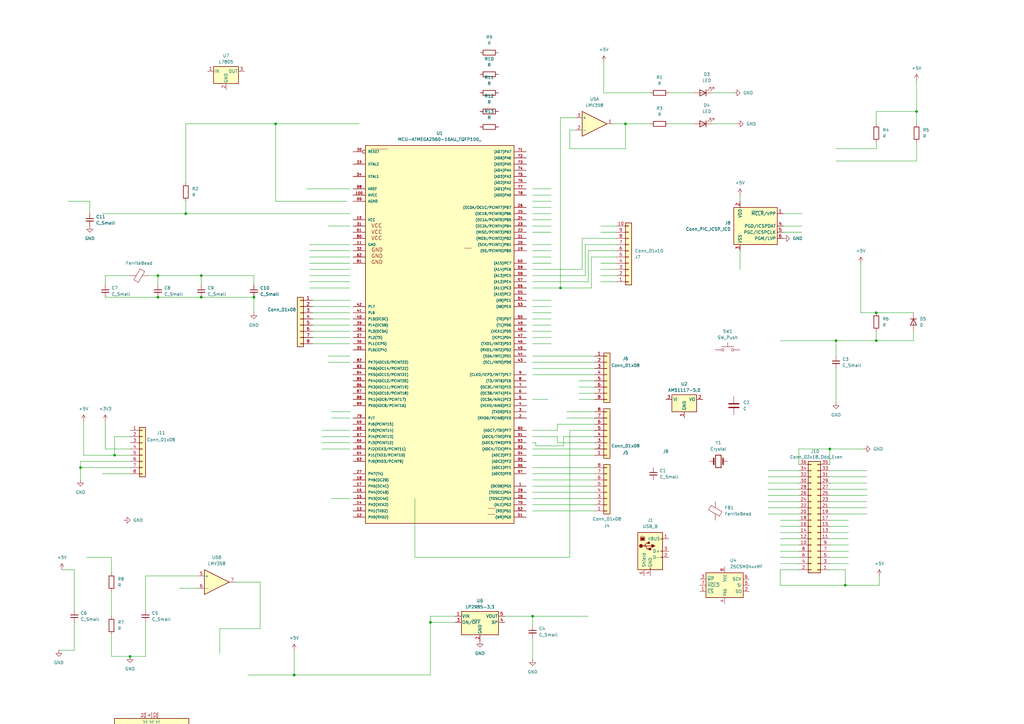
<source format=kicad_sch>
(kicad_sch (version 20231120) (generator "eeschema") (generator_version "8.0")
  (paper "A3")
  (title_block (title "Arduino Mega 2560") (date "2024-07-08") (rev "0") (company "Geviton Enterprise Limited"))
  (junction (at 346.71 240.03))
  (junction (at 342.9 139.7))
  (junction (at 104.14 121.92))
  (junction (at 113.03 50.8))
  (junction (at 64.77 121.92))
  (junction (at 218.44 252.73))
  (junction (at 256.54 50.8))
  (junction (at 82.55 121.92))
  (junction (at 120.65 276.86))
  (junction (at 82.55 113.03))
  (junction (at 359.41 139.7))
  (junction (at 229.87 118.11))
  (junction (at 76.2 87.63))
  (junction (at 176.53 255.27))
  (junction (at 359.41 128.27))
  (junction (at 33.02 191.77))
  (junction (at 46.99 186.69))
  (junction (at 64.77 113.03))
  (junction (at 53.34 269.24))
  (junction (at 340.36 184.15))
  (junction (at 375.92 45.72))
  (wire (pts (xy 218.44 85.09) (xy 226.06 85.09)))
  (wire (pts (xy 320.04 226.06) (xy 327.66 226.06)))
  (wire (pts (xy 320.04 228.6) (xy 327.66 228.6)))
  (wire (pts (xy 176.53 252.73) (xy 176.53 255.27)))
  (wire (pts (xy 252.73 105.41) (xy 242.57 105.41)))
  (wire (pts (xy 320.04 233.68) (xy 327.66 233.68)))
  (wire (pts (xy 247.65 25.4) (xy 247.65 38.1)))
  (wire (pts (xy 127 107.95) (xy 143.51 107.95)))
  (wire (pts (xy 34.29 172.72) (xy 34.29 186.69)))
  (wire (pts (xy 340.36 213.36) (xy 347.98 213.36)))
  (wire (pts (xy 375.92 33.02) (xy 375.92 45.72)))
  (wire (pts (xy 219.71 182.88) (xy 219.71 181.61)))
  (wire (pts (xy 218.44 100.33) (xy 226.06 100.33)))
  (wire (pts (xy 218.44 146.05) (xy 243.84 146.05)))
  (wire (pts (xy 218.44 95.25) (xy 226.06 95.25)))
  (wire (pts (xy 218.44 209.55) (xy 243.84 209.55)))
  (wire (pts (xy 218.44 184.15) (xy 243.84 184.15)))
  (wire (pts (xy 76.2 87.63) (xy 143.51 87.63)))
  (wire (pts (xy 340.36 195.58) (xy 355.6 195.58)))
  (wire (pts (xy 340.36 228.6) (xy 347.98 228.6)))
  (wire (pts (xy 340.36 223.52) (xy 347.98 223.52)))
  (wire (pts (xy 132.08 184.15) (xy 143.51 184.15)))
  (wire (pts (xy 218.44 181.61) (xy 219.71 181.61)))
  (wire (pts (xy 231.14 179.07) (xy 231.14 182.88)))
  (wire (pts (xy 96.52 238.76) (xy 106.68 238.76)))
  (wire (pts (xy 113.03 50.8) (xy 76.2 50.8)))
  (wire (pts (xy 218.44 102.87) (xy 226.06 102.87)))
  (wire (pts (xy 33.02 191.77) (xy 33.02 189.23)))
  (wire (pts (xy 218.44 196.85) (xy 243.84 196.85)))
  (wire (pts (xy 314.96 208.28) (xy 327.66 208.28)))
  (wire (pts (xy 36.83 87.63) (xy 36.83 82.55)))
  (wire (pts (xy 228.6 181.61) (xy 243.84 181.61)))
  (wire (pts (xy 186.69 252.73) (xy 176.53 252.73)))
  (wire (pts (xy 340.36 193.04) (xy 355.6 193.04)))
  (wire (pts (xy 33.02 191.77) (xy 53.34 191.77)))
  (wire (pts (xy 242.57 105.41) (xy 242.57 118.11)))
  (wire (pts (xy 218.44 105.41) (xy 226.06 105.41)))
  (wire (pts (xy 120.65 276.86) (xy 176.53 276.86)))
  (wire (pts (xy 346.71 240.03) (xy 320.04 240.03)))
  (wire (pts (xy 314.96 203.2) (xy 327.66 203.2)))
  (wire (pts (xy 218.44 148.59) (xy 243.84 148.59)))
  (wire (pts (xy 247.65 38.1) (xy 266.7 38.1)))
  (wire (pts (xy 127 105.41) (xy 143.51 105.41)))
  (wire (pts (xy 43.18 116.84) (xy 43.18 113.03)))
  (wire (pts (xy 128.27 133.35) (xy 143.51 133.35)))
  (wire (pts (xy 229.87 48.26) (xy 229.87 118.11)))
  (wire (pts (xy 360.68 240.03) (xy 346.71 240.03)))
  (wire (pts (xy 218.44 107.95) (xy 226.06 107.95)))
  (wire (pts (xy 64.77 113.03) (xy 64.77 116.84)))
  (wire (pts (xy 104.14 121.92) (xy 104.14 128.27)))
  (wire (pts (xy 218.44 207.01) (xy 243.84 207.01)))
  (wire (pts (xy 238.76 97.79) (xy 238.76 110.49)))
  (wire (pts (xy 218.44 125.73) (xy 226.06 125.73)))
  (wire (pts (xy 104.14 113.03) (xy 104.14 116.84)))
  (wire (pts (xy 359.41 139.7) (xy 374.65 139.7)))
  (wire (pts (xy 218.44 151.13) (xy 243.84 151.13)))
  (wire (pts (xy 246.38 115.57) (xy 252.73 115.57)))
  (wire (pts (xy 218.44 138.43) (xy 226.06 138.43)))
  (wire (pts (xy 30.48 250.19) (xy 30.48 233.68)))
  (wire (pts (xy 46.99 186.69) (xy 53.34 186.69)))
  (wire (pts (xy 292.1 38.1) (xy 300.99 38.1)))
  (wire (pts (xy 128.27 135.89) (xy 143.51 135.89)))
  (wire (pts (xy 218.44 191.77) (xy 243.84 191.77)))
  (wire (pts (xy 218.44 201.93) (xy 243.84 201.93)))
  (wire (pts (xy 375.92 66.04) (xy 375.92 58.42)))
  (wire (pts (xy 64.77 113.03) (xy 82.55 113.03)))
  (wire (pts (xy 132.08 179.07) (xy 143.51 179.07)))
  (wire (pts (xy 53.34 179.07) (xy 46.99 179.07)))
  (wire (pts (xy 340.36 215.9) (xy 347.98 215.9)))
  (wire (pts (xy 256.54 50.8) (xy 266.7 50.8)))
  (wire (pts (xy 82.55 113.03) (xy 82.55 116.84)))
  (wire (pts (xy 237.49 163.83) (xy 243.84 163.83)))
  (wire (pts (xy 135.89 168.91) (xy 143.51 168.91)))
  (wire (pts (xy 176.53 276.86) (xy 176.53 255.27)))
  (wire (pts (xy 359.41 45.72) (xy 375.92 45.72)))
  (wire (pts (xy 218.44 77.47) (xy 226.06 77.47)))
  (wire (pts (xy 59.69 255.27) (xy 59.69 269.24)))
  (wire (pts (xy 59.69 269.24) (xy 53.34 269.24)))
  (wire (pts (xy 231.14 182.88) (xy 219.71 182.88)))
  (wire (pts (xy 134.62 92.71) (xy 143.51 92.71)))
  (wire (pts (xy 135.89 171.45) (xy 143.51 171.45)))
  (wire (pts (xy 60.96 113.03) (xy 64.77 113.03)))
  (wire (pts (xy 237.49 161.29) (xy 243.84 161.29)))
  (wire (pts (xy 41.91 194.31) (xy 53.34 194.31)))
  (wire (pts (xy 246.38 107.95) (xy 252.73 107.95)))
  (wire (pts (xy 240.03 100.33) (xy 240.03 113.03)))
  (wire (pts (xy 218.44 261.62) (xy 218.44 270.51)))
  (wire (pts (xy 147.32 50.8) (xy 113.03 50.8)))
  (wire (pts (xy 321.31 92.71) (xy 328.93 92.71)))
  (wire (pts (xy 292.1 50.8) (xy 302.26 50.8)))
  (wire (pts (xy 76.2 82.55) (xy 76.2 87.63)))
  (wire (pts (xy 113.03 82.55) (xy 113.03 50.8)))
  (wire (pts (xy 303.53 80.01) (xy 303.53 82.55)))
  (wire (pts (xy 106.68 257.81) (xy 90.17 257.81)))
  (wire (pts (xy 353.06 128.27) (xy 359.41 128.27)))
  (wire (pts (xy 127 113.03) (xy 143.51 113.03)))
  (wire (pts (xy 237.49 156.21) (xy 243.84 156.21)))
  (wire (pts (xy 342.9 60.96) (xy 359.41 60.96)))
  (wire (pts (xy 340.36 190.5) (xy 340.36 184.15)))
  (wire (pts (xy 59.69 250.19) (xy 59.69 236.22)))
  (wire (pts (xy 340.36 198.12) (xy 355.6 198.12)))
  (wire (pts (xy 45.72 260.35) (xy 45.72 269.24)))
  (wire (pts (xy 43.18 172.72) (xy 43.18 184.15)))
  (wire (pts (xy 359.41 50.8) (xy 359.41 45.72)))
  (wire (pts (xy 30.48 255.27) (xy 30.48 266.7)))
  (wire (pts (xy 232.41 168.91) (xy 243.84 168.91)))
  (wire (pts (xy 142.24 82.55) (xy 113.03 82.55)))
  (wire (pts (xy 132.08 176.53) (xy 143.51 176.53)))
  (wire (pts (xy 128.27 140.97) (xy 143.51 140.97)))
  (wire (pts (xy 320.04 223.52) (xy 327.66 223.52)))
  (wire (pts (xy 218.44 118.11) (xy 229.87 118.11)))
  (wire (pts (xy 218.44 130.81) (xy 226.06 130.81)))
  (wire (pts (xy 359.41 58.42) (xy 359.41 60.96)))
  (wire (pts (xy 218.44 153.67) (xy 243.84 153.67)))
  (wire (pts (xy 128.27 123.19) (xy 143.51 123.19)))
  (wire (pts (xy 327.66 190.5) (xy 327.66 184.15)))
  (wire (pts (xy 340.36 220.98) (xy 347.98 220.98)))
  (wire (pts (xy 320.04 231.14) (xy 327.66 231.14)))
  (wire (pts (xy 233.68 53.34) (xy 233.68 60.96)))
  (wire (pts (xy 236.22 53.34) (xy 233.68 53.34)))
  (wire (pts (xy 135.89 204.47) (xy 143.51 204.47)))
  (wire (pts (xy 340.36 184.15) (xy 354.33 184.15)))
  (wire (pts (xy 246.38 113.03) (xy 252.73 113.03)))
  (wire (pts (xy 218.44 140.97) (xy 226.06 140.97)))
  (wire (pts (xy 241.3 102.87) (xy 241.3 115.57)))
  (wire (pts (xy 246.38 110.49) (xy 252.73 110.49)))
  (wire (pts (xy 218.44 199.39) (xy 243.84 199.39)))
  (wire (pts (xy 327.66 184.15) (xy 340.36 184.15)))
  (wire (pts (xy 218.44 87.63) (xy 226.06 87.63)))
  (wire (pts (xy 252.73 100.33) (xy 240.03 100.33)))
  (wire (pts (xy 218.44 194.31) (xy 243.84 194.31)))
  (wire (pts (xy 64.77 121.92) (xy 82.55 121.92)))
  (wire (pts (xy 128.27 130.81) (xy 143.51 130.81)))
  (wire (pts (xy 128.27 138.43) (xy 143.51 138.43)))
  (wire (pts (xy 30.48 233.68) (xy 25.4 233.68)))
  (wire (pts (xy 76.2 50.8) (xy 76.2 74.93)))
  (wire (pts (xy 321.31 95.25) (xy 328.93 95.25)))
  (wire (pts (xy 342.9 66.04) (xy 375.92 66.04)))
  (wire (pts (xy 218.44 135.89) (xy 226.06 135.89)))
  (wire (pts (xy 218.44 179.07) (xy 228.6 179.07)))
  (wire (pts (xy 320.04 240.03) (xy 320.04 233.68)))
  (wire (pts (xy 314.96 210.82) (xy 327.66 210.82)))
  (wire (pts (xy 320.04 139.7) (xy 342.9 139.7)))
  (wire (pts (xy 229.87 118.11) (xy 242.57 118.11)))
  (wire (pts (xy 251.46 50.8) (xy 256.54 50.8)))
  (wire (pts (xy 128.27 128.27) (xy 143.51 128.27)))
  (wire (pts (xy 274.32 38.1) (xy 284.48 38.1)))
  (wire (pts (xy 252.73 97.79) (xy 238.76 97.79)))
  (wire (pts (xy 218.44 163.83) (xy 224.79 163.83)))
  (wire (pts (xy 241.3 115.57) (xy 218.44 115.57)))
  (wire (pts (xy 340.36 208.28) (xy 355.6 208.28)))
  (wire (pts (xy 232.41 171.45) (xy 243.84 171.45)))
  (wire (pts (xy 35.56 228.6) (xy 45.72 228.6)))
  (wire (pts (xy 340.36 210.82) (xy 355.6 210.82)))
  (wire (pts (xy 340.36 218.44) (xy 347.98 218.44)))
  (wire (pts (xy 340.36 200.66) (xy 355.6 200.66)))
  (wire (pts (xy 342.9 139.7) (xy 342.9 146.05)))
  (wire (pts (xy 314.96 193.04) (xy 327.66 193.04)))
  (wire (pts (xy 256.54 60.96) (xy 256.54 50.8)))
  (wire (pts (xy 218.44 128.27) (xy 226.06 128.27)))
  (wire (pts (xy 127 102.87) (xy 143.51 102.87)))
  (wire (pts (xy 34.29 186.69) (xy 46.99 186.69)))
  (wire (pts (xy 274.32 50.8) (xy 284.48 50.8)))
  (wire (pts (xy 243.84 176.53) (xy 233.68 176.53)))
  (wire (pts (xy 346.71 233.68) (xy 346.71 240.03)))
  (wire (pts (xy 90.17 257.81) (xy 90.17 267.97)))
  (wire (pts (xy 41.91 87.63) (xy 76.2 87.63)))
  (wire (pts (xy 360.68 236.22) (xy 360.68 240.03)))
  (wire (pts (xy 59.69 236.22) (xy 81.28 236.22)))
  (wire (pts (xy 314.96 195.58) (xy 327.66 195.58)))
  (wire (pts (xy 170.18 228.6) (xy 170.18 204.47)))
  (wire (pts (xy 233.68 228.6) (xy 170.18 228.6)))
  (wire (pts (xy 314.96 200.66) (xy 327.66 200.66)))
  (wire (pts (xy 106.68 238.76) (xy 106.68 257.81)))
  (wire (pts (xy 218.44 252.73) (xy 241.3 252.73)))
  (wire (pts (xy 359.41 135.89) (xy 359.41 139.7)))
  (wire (pts (xy 82.55 113.03) (xy 104.14 113.03)))
  (wire (pts (xy 374.65 139.7) (xy 374.65 135.89)))
  (wire (pts (xy 340.36 226.06) (xy 347.98 226.06)))
  (wire (pts (xy 340.36 231.14) (xy 347.98 231.14)))
  (wire (pts (xy 207.01 252.73) (xy 218.44 252.73)))
  (wire (pts (xy 236.22 48.26) (xy 229.87 48.26)))
  (wire (pts (xy 237.49 158.75) (xy 243.84 158.75)))
  (wire (pts (xy 218.44 204.47) (xy 243.84 204.47)))
  (wire (pts (xy 176.53 255.27) (xy 186.69 255.27)))
  (wire (pts (xy 243.84 173.99) (xy 228.6 173.99)))
  (wire (pts (xy 340.36 203.2) (xy 355.6 203.2)))
  (wire (pts (xy 353.06 107.95) (xy 353.06 128.27)))
  (wire (pts (xy 233.68 176.53) (xy 233.68 228.6)))
  (wire (pts (xy 228.6 179.07) (xy 228.6 181.61)))
  (wire (pts (xy 340.36 233.68) (xy 346.71 233.68)))
  (wire (pts (xy 218.44 80.01) (xy 226.06 80.01)))
  (wire (pts (xy 340.36 205.74) (xy 355.6 205.74)))
  (wire (pts (xy 218.44 252.73) (xy 218.44 256.54)))
  (wire (pts (xy 218.44 186.69) (xy 243.84 186.69)))
  (wire (pts (xy 134.62 148.59) (xy 143.51 148.59)))
  (wire (pts (xy 218.44 123.19) (xy 226.06 123.19)))
  (wire (pts (xy 314.96 205.74) (xy 327.66 205.74)))
  (wire (pts (xy 120.65 266.7) (xy 120.65 276.86)))
  (wire (pts (xy 45.72 242.57) (xy 45.72 252.73)))
  (wire (pts (xy 27.94 82.55) (xy 36.83 82.55)))
  (wire (pts (xy 320.04 218.44) (xy 327.66 218.44)))
  (wire (pts (xy 134.62 146.05) (xy 143.51 146.05)))
  (wire (pts (xy 127 110.49) (xy 143.51 110.49)))
  (wire (pts (xy 342.9 151.13) (xy 342.9 165.1)))
  (wire (pts (xy 314.96 198.12) (xy 327.66 198.12)))
  (wire (pts (xy 46.99 179.07) (xy 46.99 186.69)))
  (wire (pts (xy 320.04 213.36) (xy 327.66 213.36)))
  (wire (pts (xy 127 115.57) (xy 143.51 115.57)))
  (wire (pts (xy 218.44 82.55) (xy 226.06 82.55)))
  (wire (pts (xy 218.44 90.17) (xy 226.06 90.17)))
  (wire (pts (xy 320.04 215.9) (xy 327.66 215.9)))
  (wire (pts (xy 53.34 184.15) (xy 43.18 184.15)))
  (wire (pts (xy 218.44 110.49) (xy 238.76 110.49)))
  (wire (pts (xy 53.34 269.24) (xy 45.72 269.24)))
  (wire (pts (xy 321.31 87.63) (xy 328.93 87.63)))
  (wire (pts (xy 43.18 113.03) (xy 53.34 113.03)))
  (wire (pts (xy 246.38 92.71) (xy 252.73 92.71)))
  (wire (pts (xy 243.84 179.07) (xy 231.14 179.07)))
  (wire (pts (xy 303.53 102.87) (xy 303.53 110.49)))
  (wire (pts (xy 218.44 176.53) (xy 228.6 176.53)))
  (wire (pts (xy 228.6 173.99) (xy 228.6 176.53)))
  (wire (pts (xy 43.18 121.92) (xy 64.77 121.92)))
  (wire (pts (xy 342.9 139.7) (xy 359.41 139.7)))
  (wire (pts (xy 233.68 60.96) (xy 256.54 60.96)))
  (wire (pts (xy 33.02 196.85) (xy 33.02 191.77)))
  (wire (pts (xy 252.73 102.87) (xy 241.3 102.87)))
  (wire (pts (xy 218.44 113.03) (xy 240.03 113.03)))
  (wire (pts (xy 125.73 77.47) (xy 143.51 77.47)))
  (wire (pts (xy 132.08 181.61) (xy 143.51 181.61)))
  (wire (pts (xy 73.66 241.3) (xy 81.28 241.3)))
  (wire (pts (xy 127 118.11) (xy 143.51 118.11)))
  (wire (pts (xy 128.27 125.73) (xy 143.51 125.73)))
  (wire (pts (xy 375.92 45.72) (xy 375.92 50.8)))
  (wire (pts (xy 127 100.33) (xy 143.51 100.33)))
  (wire (pts (xy 33.02 189.23) (xy 53.34 189.23)))
  (wire (pts (xy 101.6 276.86) (xy 120.65 276.86)))
  (wire (pts (xy 24.13 266.7) (xy 30.48 266.7)))
  (wire (pts (xy 246.38 95.25) (xy 252.73 95.25)))
  (wire (pts (xy 45.72 234.95) (xy 45.72 228.6)))
  (wire (pts (xy 82.55 121.92) (xy 104.14 121.92)))
  (wire (pts (xy 218.44 92.71) (xy 226.06 92.71)))
  (wire (pts (xy 320.04 220.98) (xy 327.66 220.98)))
  (wire (pts (xy 359.41 128.27) (xy 374.65 128.27)))
  (wire (pts (xy 218.44 133.35) (xy 226.06 133.35)))
  (symbol (lib_id "power:GND") (at 104.14 128.27 0) (unit 1)
    (property "Reference" "#PWR021" (effects (hide yes)))
    (property "Value" "GND" (at 104.14 133.35 0))
    (property "Description" "Power symbol creates a global label with name \"GND\" , ground" (effects (hide yes)))
  )
  (symbol (lib_id "Memory_EEPROM:25CSM04xxMF") (at 297.18 240.03 0) (unit 1)
    (property "Reference" "U4" (at 299.3741 229.87 0) (effects (justify left)))
    (property "Value" "25CSM04xxMF" (at 299.3741 232.41 0) (effects (justify left)))
    (property "Footprint" "Package_DFN_QFN:WDFN-8-1EP_6x5mm_P1.27mm_EP3.4x4mm" (effects (hide yes)))
    (property "Datasheet" "https://ww1.microchip.com/downloads/aemDocuments/documents/MPD/ProductDocuments/DataSheets/25CSM04-4-Mbit-SPI-Serial-EEPROM-With-128-Bit-Serial-Number-and-Enhanced-Write-Protection-20005817C.pdf" (effects (hide yes)))
    (property "Description" "4Mbit SPI Serial EEPROM, WDFN-8" (effects (hide yes)))
  )
  (symbol (lib_id "Device:R") (at 359.41 132.08 0) (unit 1)
    (property "Reference" "R6" (at 361.95 130.8099 0) (effects (justify left)))
    (property "Value" "R" (at 361.95 133.3499 0) (effects (justify left)))
    (property "Description" "Resistor" (effects (hide yes)))
  )
  (symbol (lib_id "power:GND") (at 354.33 184.15 90) (unit 1)
    (property "Reference" "#PWR01" (effects (hide yes)))
    (property "Value" "GND" (at 358.14 184.1499 90) (effects (justify right)))
    (property "Description" "Power symbol creates a global label with name \"GND\" , ground" (effects (hide yes)))
  )
  (symbol (lib_id "Device:D") (at 374.65 132.08 270) (unit 1)
    (property "Reference" "D5" (at 377.19 130.8099 90) (effects (justify left)))
    (property "Value" "D" (at 377.19 133.3499 90) (effects (justify left)))
    (property "Description" "Diode" (effects (hide yes)))
    (property "Sim.Device" "D" (effects (hide yes)))
    (property "Sim.Pins" "1=K 2=A" (effects (hide yes)))
  )
  (symbol (lib_id "Connector_Generic:Conn_02x18_Odd_Even") (at 335.28 213.36 180) (unit 1)
    (property "Reference" "J10" (at 334.264 185.166 0))
    (property "Value" "Conn_02x18_Odd_Even" (at 334.772 187.452 0))
    (property "Description" "Generic connector, double row, 02x18, odd/even pin numbering scheme (row 1 odd numbers, row 2 even numbers), script generated (kicad-library-utils/schlib/autogen/connector/)" (effects (hide yes)))
  )
  (symbol (lib_id "Device:Crystal") (at 294.64 189.23 0) (unit 1)
    (property "Reference" "Y1" (at 294.64 181.61 0))
    (property "Value" "Crystal" (at 294.64 184.15 0))
    (property "Description" "Two pin crystal" (effects (hide yes)))
  )
  (symbol (lib_id "Connector:Conn_PIC_ICSP_ICD") (at 308.61 92.71 0) (unit 1)
    (property "Reference" "J8" (at 299.72 91.4399 0) (effects (justify right)))
    (property "Value" "Conn_PIC_ICSP_ICD" (at 299.72 93.9799 0) (effects (justify right)))
    (property "Datasheet" "http://ww1.microchip.com/downloads/en/devicedoc/30277d.pdf" (effects (hide yes)))
    (property "Description" "Microchip PIC In-Circuit Serial Programming/Debugging (ICSP/ICD) connector" (effects (hide yes)))
  )
  (symbol (lib_id "Regulator_Linear:LP2985-3.3") (at 196.85 255.27 0) (unit 1)
    (property "Reference" "U6" (at 196.85 246.38 0))
    (property "Value" "LP2985-3.3" (at 196.85 248.92 0))
    (property "Footprint" "Package_TO_SOT_SMD:SOT-23-5" (effects (hide yes)))
    (property "Datasheet" "http://www.ti.com/lit/ds/symlink/lp2985.pdf" (effects (hide yes)))
    (property "Description" "150mA 16V Low-noise Low-dropout Regulator With Shutdown, 3.3V output voltage, SOT-23-5" (effects (hide yes)))
  )
  (symbol (lib_id "power:GND") (at 321.31 97.79 90) (unit 1)
    (property "Reference" "#PWR05" (effects (hide yes)))
    (property "Value" "GND" (at 325.12 97.7899 90) (effects (justify right)))
    (property "Description" "Power symbol creates a global label with name \"GND\" , ground" (effects (hide yes)))
  )
  (symbol (lib_id "Device:R") (at 200.66 21.59 270) (unit 1)
    (property "Reference" "R9" (at 200.66 15.24 90))
    (property "Value" "R" (at 200.66 17.78 90))
    (property "Description" "Resistor" (effects (hide yes)))
  )
  (symbol (lib_id "Device:FerriteBead") (at 57.15 113.03 90) (unit 1)
    (property "Reference" "FB2" (effects (hide yes)))
    (property "Value" "FerriteBead" (at 57.0992 107.95 90))
    (property "Description" "Ferrite bead" (effects (hide yes)))
  )
  (symbol (lib_id "Device:R") (at 45.72 256.54 0) (unit 1)
    (property "Reference" "R7" (at 48.26 255.2699 0) (effects (justify left)))
    (property "Value" "R" (at 48.26 257.8099 0) (effects (justify left)))
    (property "Description" "Resistor" (effects (hide yes)))
  )
  (symbol (lib_id "Device:FerriteBead") (at 293.37 209.55 0) (unit 1)
    (property "Reference" "FB1" (at 297.18 208.2291 0) (effects (justify left)))
    (property "Value" "FerriteBead" (at 297.18 210.7691 0) (effects (justify left)))
    (property "Description" "Ferrite bead" (effects (hide yes)))
  )
  (symbol (lib_id "Device:C_Small") (at 82.55 119.38 0) (unit 1)
    (property "Reference" "C9" (at 85.09 118.1162 0) (effects (justify left)))
    (property "Value" "C_Small" (at 85.09 120.6562 0) (effects (justify left)))
    (property "Description" "Unpolarized capacitor, small symbol" (effects (hide yes)))
  )
  (symbol (lib_id "Connector_Generic:Conn_01x08") (at 123.19 130.81 0) (mirror y) (unit 1)
    (property "Reference" "J9" (at 273.05 185.166 0))
    (property "Value" "Conn_01x08" (at 115.57 127 0))
    (property "Description" "Generic connector, single row, 01x08, script generated (kicad-library-utils/schlib/autogen/connector/)" (effects (hide yes)))
  )
  (symbol (lib_id "Device:LED") (at 288.29 38.1 180) (unit 1)
    (property "Reference" "D3" (at 289.8775 30.48 0))
    (property "Value" "LED" (at 289.8775 33.02 0))
    (property "Description" "Light emitting diode" (effects (hide yes)))
  )
  (symbol (lib_id "Device:C_Small") (at 30.48 252.73 0) (unit 1)
    (property "Reference" "C6" (at 33.02 251.4662 0) (effects (justify left)))
    (property "Value" "C_Small" (at 33.02 254.0062 0) (effects (justify left)))
    (property "Description" "Unpolarized capacitor, small symbol" (effects (hide yes)))
  )
  (symbol (lib_id "Amplifier_Operational:LMV358") (at 243.84 50.8 0) (unit 1)
    (property "Reference" "U5" (at 243.84 40.64 0))
    (property "Value" "LMV358" (at 243.84 43.18 0))
    (property "Datasheet" "http://www.ti.com/lit/ds/symlink/lmv324.pdf" (effects (hide yes)))
    (property "Description" "Dual Low-Voltage Rail-to-Rail Output Operational Amplifiers, SOIC-8/SSOP-8" (effects (hide yes)))
  )
  (symbol (lib_id "power:GND") (at 33.02 196.85 0) (unit 1)
    (property "Reference" "#PWR017" (effects (hide yes)))
    (property "Value" "GND" (at 33.02 201.93 0))
    (property "Description" "Power symbol creates a global label with name \"GND\" , ground" (effects (hide yes)))
  )
  (symbol (lib_id "Device:R") (at 359.41 54.61 0) (unit 1)
    (property "Reference" "R4" (at 361.95 53.3399 0) (effects (justify left)))
    (property "Value" "R" (at 361.95 55.8799 0) (effects (justify left)))
    (property "Description" "Resistor" (effects (hide yes)))
  )
  (symbol (lib_id "Device:R") (at 270.51 50.8 270) (unit 1)
    (property "Reference" "R3" (at 270.51 44.45 90))
    (property "Value" "R" (at 270.51 46.99 90))
    (property "Description" "Resistor" (effects (hide yes)))
  )
  (symbol (lib_id "Device:C_Small") (at 342.9 148.59 0) (unit 1)
    (property "Reference" "C3" (at 345.44 147.3262 0) (effects (justify left)))
    (property "Value" "C_Small" (at 345.44 149.8662 0) (effects (justify left)))
    (property "Description" "Unpolarized capacitor, small symbol" (effects (hide yes)))
  )
  (symbol (lib_id "power:GND") (at 196.85 262.89 0) (unit 1)
    (property "Reference" "#PWR08" (effects (hide yes)))
    (property "Value" "GND" (at 196.85 267.97 0))
    (property "Description" "Power symbol creates a global label with name \"GND\" , ground" (effects (hide yes)))
  )
  (symbol (lib_id "Device:C_Small") (at 64.77 119.38 0) (unit 1)
    (property "Reference" "C8" (at 67.31 118.1162 0) (effects (justify left)))
    (property "Value" "C_Small" (at 67.31 120.6562 0) (effects (justify left)))
    (property "Description" "Unpolarized capacitor, small symbol" (effects (hide yes)))
  )
  (symbol (lib_id "Device:R") (at 200.66 38.1 270) (unit 1)
    (property "Reference" "R11" (at 200.66 31.75 90))
    (property "Value" "R" (at 200.66 34.29 90))
    (property "Description" "Resistor" (effects (hide yes)))
  )
  (symbol (lib_id "power:GND") (at 53.34 269.24 0) (unit 1)
    (property "Reference" "#PWR014" (effects (hide yes)))
    (property "Value" "GND" (at 53.34 274.32 0))
    (property "Description" "Power symbol creates a global label with name \"GND\" , ground" (effects (hide yes)))
  )
  (symbol (lib_id "Switch:SW_Push") (at 298.45 143.51 0) (unit 1)
    (property "Reference" "SW1" (at 298.45 135.89 0))
    (property "Value" "SW_Push" (at 298.45 138.43 0))
    (property "Description" "Push button switch, generic, two pins" (effects (hide yes)))
  )
  (symbol (lib_id "Regulator_Linear:L7805") (at 92.71 29.21 0) (unit 1)
    (property "Reference" "U7" (at 92.71 22.86 0))
    (property "Value" "L7805" (at 92.71 25.4 0))
    (property "Datasheet" "http://www.st.com/content/ccc/resource/technical/document/datasheet/41/4f/b3/b0/12/d4/47/88/CD00000444.pdf/files/CD00000444.pdf/jcr:content/translations/en.CD00000444.pdf" (effects (hide yes)))
    (property "Description" "Positive 1.5A 35V Linear Regulator, Fixed Output 5V, TO-220/TO-263/TO-252" (effects (hide yes)))
  )
  (symbol (lib_id "Connector_Generic:Conn_01x08") (at 58.42 184.15 0) (unit 1)
    (property "Reference" "J11" (at 66.04 177.546 0))
    (property "Value" "Conn_01x08" (at 66.04 180.34 0))
    (property "Description" "Generic connector, single row, 01x08, script generated (kicad-library-utils/schlib/autogen/connector/)" (effects (hide yes)))
  )
  (symbol (lib_id "Connector:USB_B") (at 266.7 226.06 0) (unit 1)
    (property "Reference" "J1" (at 266.7 213.36 0))
    (property "Value" "USB_B" (at 266.7 215.9 0))
    (property "Description" "USB Type B connector" (effects (hide yes)))
  )
  (symbol (lib_id "power:+3V3") (at 43.18 172.72 0) (unit 1)
    (property "Reference" "#PWR019" (effects (hide yes)))
    (property "Value" "+3V3" (at 43.18 167.64 0))
    (property "Description" "Power symbol creates a global label with name \"+3V3\"" (effects (hide yes)))
  )
  (symbol (lib_id "power:+5V") (at 303.53 80.01 0) (unit 1)
    (property "Reference" "#PWR010" (effects (hide yes)))
    (property "Value" "+5V" (at 303.53 74.93 0))
    (property "Description" "Power symbol creates a global label with name \"+5V\"" (effects (hide yes)))
  )
  (symbol (lib_id "power:GND") (at 300.99 38.1 90) (unit 1)
    (property "Reference" "#PWR02" (effects (hide yes)))
    (property "Value" "GND" (at 304.8 38.0999 90) (effects (justify right)))
    (property "Description" "Power symbol creates a global label with name \"GND\" , ground" (effects (hide yes)))
  )
  (symbol (lib_id "Device:C_Small") (at 43.18 119.38 0) (unit 1)
    (property "Reference" "C7" (at 45.72 118.1162 0) (effects (justify left)))
    (property "Value" "C_Small" (at 45.72 120.6562 0) (effects (justify left)))
    (property "Description" "Unpolarized capacitor, small symbol" (effects (hide yes)))
  )
  (symbol (lib_id "power:+5V") (at 25.4 233.68 0) (unit 1)
    (property "Reference" "#PWR015" (effects (hide yes)))
    (property "Value" "+5V" (at 25.4 228.6 0))
    (property "Description" "Power symbol creates a global label with name \"+5V\"" (effects (hide yes)))
  )
  (symbol (lib_id "power:+5V") (at 34.29 172.72 0) (unit 1)
    (property "Reference" "#PWR018" (effects (hide yes)))
    (property "Value" "+5V" (at 34.29 167.64 0))
    (property "Description" "Power symbol creates a global label with name \"+5V\"" (effects (hide yes)))
  )
  (symbol (lib_id "Connector_Generic:Conn_01x08") (at 248.92 201.93 0) (mirror x) (unit 1)
    (property "Reference" "J4" (at 248.92 215.646 0))
    (property "Value" "Conn_01x08" (at 248.92 212.852 0))
    (property "Description" "Generic connector, single row, 01x08, script generated (kicad-library-utils/schlib/autogen/connector/)" (effects (hide yes)))
  )
  (symbol (lib_id "power:GND") (at 24.13 266.7 0) (unit 1)
    (property "Reference" "#PWR016" (effects (hide yes)))
    (property "Value" "GND" (at 24.13 271.78 0))
    (property "Description" "Power symbol creates a global label with name \"GND\" , ground" (effects (hide yes)))
  )
  (symbol (lib_id "Device:R") (at 45.72 238.76 0) (unit 1)
    (property "Reference" "R8" (at 48.26 237.4899 0) (effects (justify left)))
    (property "Value" "R" (at 48.26 240.0299 0) (effects (justify left)))
    (property "Description" "Resistor" (effects (hide yes)))
  )
  (symbol (lib_id "Device:R") (at 200.66 30.48 270) (unit 1)
    (property "Reference" "R10" (at 200.66 24.13 90))
    (property "Value" "R" (at 200.66 26.67 90))
    (property "Description" "Resistor" (effects (hide yes)))
  )
  (symbol (lib_id "Device:C_Small") (at 59.69 252.73 0) (unit 1)
    (property "Reference" "C5" (at 62.23 251.4662 0) (effects (justify left)))
    (property "Value" "C_Small" (at 62.23 254.0062 0) (effects (justify left)))
    (property "Description" "Unpolarized capacitor, small symbol" (effects (hide yes)))
  )
  (symbol (lib_id "Connector_Generic:Conn_01x10") (at 257.81 105.41 0) (mirror x) (unit 1)
    (property "Reference" "J7" (at 260.35 105.4101 0) (effects (justify left)))
    (property "Value" "Conn_01x10" (at 260.35 102.8701 0) (effects (justify left)))
    (property "Description" "Generic connector, single row, 01x10, script generated (kicad-library-utils/schlib/autogen/connector/)" (effects (hide yes)))
  )
  (symbol (lib_id "power:GND") (at 50.8 213.36 90) (unit 1)
    (property "Reference" "#PWR020" (effects (hide yes)))
    (property "Value" "GND" (at 54.61 213.3599 90) (effects (justify right)))
    (property "Description" "Power symbol creates a global label with name \"GND\" , ground" (effects (hide yes)))
  )
  (symbol (lib_id "Device:R") (at 76.2 78.74 0) (unit 1)
    (property "Reference" "R2" (at 78.74 77.4699 0) (effects (justify left)))
    (property "Value" "R" (at 78.74 80.0099 0) (effects (justify left)))
    (property "Description" "Resistor" (effects (hide yes)))
  )
  (symbol (lib_id "Device:C_Small") (at 267.97 194.31 0) (unit 1)
    (property "Reference" "C1" (at 270.51 193.0462 0) (effects (justify left)))
    (property "Value" "C_Small" (at 270.51 195.5862 0) (effects (justify left)))
    (property "Description" "Unpolarized capacitor, small symbol" (effects (hide yes)))
  )
  (symbol (lib_id "power:+5V") (at 120.65 266.7 0) (unit 1)
    (property "Reference" "#PWR013" (effects (hide yes)))
    (property "Value" "+5V" (at 120.65 261.62 0))
    (property "Description" "Power symbol creates a global label with name \"+5V\"" (effects (hide yes)))
  )
  (symbol (lib_id "Device:R") (at 200.66 52.07 270) (unit 1)
    (property "Reference" "R13" (at 200.66 45.72 90))
    (property "Value" "R" (at 200.66 48.26 90))
    (property "Description" "Resistor" (effects (hide yes)))
  )
  (symbol (lib_id "Connector_Generic:Conn_01x08") (at 248.92 179.07 0) (mirror x) (unit 1)
    (property "Reference" "J5" (at 256.54 185.674 0))
    (property "Value" "Conn_01x08" (at 256.54 182.88 0))
    (property "Description" "Generic connector, single row, 01x08, script generated (kicad-library-utils/schlib/autogen/connector/)" (effects (hide yes)))
  )
  (symbol (lib_id "MCU_Microchip_ATmega:ATmega16U2-A") (at 62.23 327.66 0) (unit 1)
    (property "Reference" "U3" (at 64.4241 363.22 0) (effects (justify left)))
    (property "Value" "ATmega16U2-A" (at 64.4241 365.76 0) (effects (justify left)))
    (property "Footprint" "Package_QFP:TQFP-32_7x7mm_P0.8mm" (effects (hide yes)))
    (property "Datasheet" "http://ww1.microchip.com/downloads/en/DeviceDoc/doc7799.pdf" (effects (hide yes)))
    (property "Description" "16MHz, 16kB Flash, 512B SRAM, 512B EEPROM, TQFP-32" (effects (hide yes)))
  )
  (symbol (lib_id "Regulator_Linear:AMS1117-5.0") (at 280.67 163.83 0) (unit 1)
    (property "Reference" "U2" (at 280.67 157.48 0))
    (property "Value" "AMS1117-5.0" (at 280.67 160.02 0))
    (property "Footprint" "Package_TO_SOT_SMD:SOT-223-3_TabPin2" (effects (hide yes)))
    (property "Datasheet" "http://www.advanced-monolithic.com/pdf/ds1117.pdf" (effects (hide yes)))
    (property "Description" "1A Low Dropout regulator, positive, 5.0V fixed output, SOT-223" (effects (hide yes)))
  )
  (symbol (lib_id "power:GND") (at 218.44 270.51 0) (unit 1)
    (property "Reference" "#PWR06" (effects (hide yes)))
    (property "Value" "GND" (at 218.44 275.59 0))
    (property "Description" "Power symbol creates a global label with name \"GND\" , ground" (effects (hide yes)))
  )
  (symbol (lib_id "Device:C") (at 300.99 166.37 0) (unit 1)
    (property "Reference" "C2" (at 304.8 165.0999 0) (effects (justify left)))
    (property "Value" "C" (at 304.8 167.6399 0) (effects (justify left)))
    (property "Description" "Unpolarized capacitor" (effects (hide yes)))
  )
  (symbol (lib_id "Device:C_Small") (at 36.83 90.17 0) (unit 1)
    (property "Reference" "C11" (at 39.37 88.9062 0) (effects (justify left)))
    (property "Value" "C_Small" (at 39.37 91.4462 0) (effects (justify left)))
    (property "Description" "Unpolarized capacitor, small symbol" (effects (hide yes)))
  )
  (symbol (lib_id "Device:R") (at 200.66 45.72 270) (unit 1)
    (property "Reference" "R12" (at 200.66 39.37 90))
    (property "Value" "R" (at 200.66 41.91 90))
    (property "Description" "Resistor" (effects (hide yes)))
  )
  (symbol (lib_id "Connector_Generic:Conn_01x08") (at 248.92 153.67 0) (unit 1)
    (property "Reference" "J6" (at 256.54 147.066 0))
    (property "Value" "Conn_01x08" (at 256.54 149.86 0))
    (property "Description" "Generic connector, single row, 01x08, script generated (kicad-library-utils/schlib/autogen/connector/)" (effects (hide yes)))
  )
  (symbol (lib_id "power:GND") (at 36.83 92.71 0) (unit 1)
    (property "Reference" "#PWR022" (effects (hide yes)))
    (property "Value" "GND" (at 36.83 97.79 0))
    (property "Description" "Power symbol creates a global label with name \"GND\" , ground" (effects (hide yes)))
  )
  (symbol (lib_id "Device:R") (at 270.51 38.1 270) (unit 1)
    (property "Reference" "R1" (at 270.51 31.75 90))
    (property "Value" "R" (at 270.51 34.29 90))
    (property "Description" "Resistor" (effects (hide yes)))
  )
  (symbol (lib_id "Amplifier_Operational:LMV358") (at 88.9 238.76 0) (unit 2)
    (property "Reference" "U5" (at 88.9 228.6 0))
    (property "Value" "LMV358" (at 88.9 231.14 0))
    (property "Datasheet" "http://www.ti.com/lit/ds/symlink/lmv324.pdf" (effects (hide yes)))
    (property "Description" "Dual Low-Voltage Rail-to-Rail Output Operational Amplifiers, SOIC-8/SSOP-8" (effects (hide yes)))
  )
  (symbol (lib_id "Device:R") (at 375.92 54.61 0) (unit 1)
    (property "Reference" "R5" (at 378.46 53.3399 0) (effects (justify left)))
    (property "Value" "R" (at 378.46 55.8799 0) (effects (justify left)))
    (property "Description" "Resistor" (effects (hide yes)))
  )
  (symbol (lib_id "power:GND") (at 302.26 50.8 90) (unit 1)
    (property "Reference" "#PWR03" (effects (hide yes)))
    (property "Value" "GND" (at 306.07 50.7999 90) (effects (justify right)))
    (property "Description" "Power symbol creates a global label with name \"GND\" , ground" (effects (hide yes)))
  )
  (symbol (lib_id "power:+5V") (at 360.68 236.22 0) (unit 1)
    (property "Reference" "#PWR04" (effects (hide yes)))
    (property "Value" "+5V" (at 360.68 231.14 0))
    (property "Description" "Power symbol creates a global label with name \"+5V\"" (effects (hide yes)))
  )
  (symbol (lib_id "MCU-ATMEGA2560-16AU_SNAPMAGIC:MCU-ATMEGA2560-16AU_TQFP100_") (at 180.34 138.43 0) (unit 1)
    (property "Reference" "U1" (at 180.34 54.61 0))
    (property "Value" "MCU-ATMEGA2560-16AU_TQFP100_" (at 180.34 57.15 0))
    (property "Footprint" "MCU-ATMEGA2560-16AU_TQFP100_:TQFP100-0.5-14X14MM" (effects (hide yes)))
    (property "DigiKey_Part_Number" "ATMEGA2560-16AU-ND" (effects (hide yes)))
    (property "MF" "Microchip" (effects (hide yes)))
    (property "Purchase-URL" "https://www.snapeda.com/api/url_track_click_mouser/?unipart_id=44196&manufacturer=Microchip&part_name=ATMEGA2560-16AU&search_term=atmega2560-16au" (effects (hide yes)))
    (property "Package" "TQFP-100 Microchip" (effects (hide yes)))
    (property "MPN" "ATMEGA2560-16AU" (effects (hide yes)))
    (property "SnapEDA_Link" "https://www.snapeda.com/parts/ATMEGA2560-16AU/Microchip/view-part/?ref=snap" (effects (hide yes)))
    (property "MP" "ATMEGA2560-16AU" (effects (hide yes)))
    (property "Description_1" "\nAVR AVR® ATmega Microcontroller IC 8-Bit 16MHz 256KB (128K x 16) FLASH 100-TQFP (14x14)\n" (effects (hide yes)))
    (property "Check_prices" "https://www.snapeda.com/parts/ATMEGA2560-16AU/Microchip/view-part/?ref=eda" (effects (hide yes)))
  )
  (symbol (lib_id "power:+5V") (at 353.06 107.95 0) (unit 1)
    (property "Reference" "#PWR09" (effects (hide yes)))
    (property "Value" "+5V" (at 353.06 102.87 0))
    (property "Description" "Power symbol creates a global label with name \"+5V\"" (effects (hide yes)))
  )
  (symbol (lib_id "power:GND") (at 342.9 165.1 0) (unit 1)
    (property "Reference" "#PWR07" (effects (hide yes)))
    (property "Value" "GND" (at 342.9 170.18 0))
    (property "Description" "Power symbol creates a global label with name \"GND\" , ground" (effects (hide yes)))
  )
  (symbol (lib_id "power:+5V") (at 375.92 33.02 0) (unit 1)
    (property "Reference" "#PWR011" (effects (hide yes)))
    (property "Value" "+5V" (at 375.92 27.94 0))
    (property "Description" "Power symbol creates a global label with name \"+5V\"" (effects (hide yes)))
  )
  (symbol (lib_id "power:+5V") (at 247.65 25.4 0) (unit 1)
    (property "Reference" "#PWR012" (effects (hide yes)))
    (property "Value" "+5V" (at 247.65 20.32 0))
    (property "Description" "Power symbol creates a global label with name \"+5V\"" (effects (hide yes)))
  )
  (symbol (lib_id "Device:LED") (at 288.29 50.8 180) (unit 1)
    (property "Reference" "D4" (at 289.8775 43.18 0))
    (property "Value" "LED" (at 289.8775 45.72 0))
    (property "Description" "Light emitting diode" (effects (hide yes)))
  )
  (symbol (lib_id "Device:C_Small") (at 104.14 119.38 0) (unit 1)
    (property "Reference" "C10" (at 106.68 118.1162 0) (effects (justify left)))
    (property "Value" "C_Small" (at 106.68 120.6562 0) (effects (justify left)))
    (property "Description" "Unpolarized capacitor, small symbol" (effects (hide yes)))
  )
  (symbol (lib_id "Device:C_Small") (at 218.44 259.08 0) (unit 1)
    (property "Reference" "C4" (at 220.98 257.8162 0) (effects (justify left)))
    (property "Value" "C_Small" (at 220.98 260.3562 0) (effects (justify left)))
    (property "Description" "Unpolarized capacitor, small symbol" (effects (hide yes)))
  )
)
</source>
